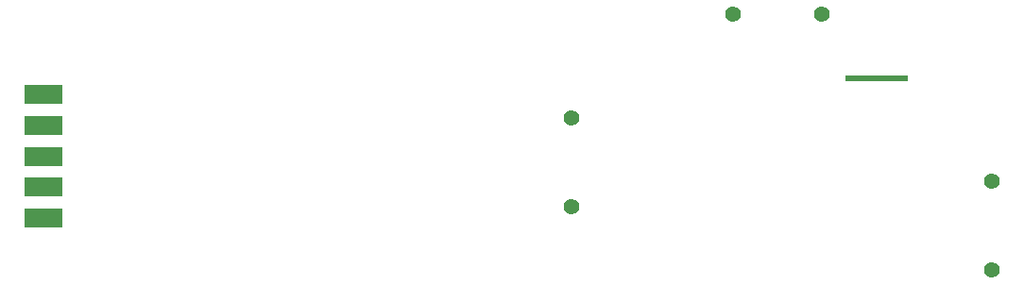
<source format=gbp>
%TF.GenerationSoftware,KiCad,Pcbnew,(6.0.4-0)*%
%TF.CreationDate,2022-04-30T13:28:31-04:00*%
%TF.ProjectId,NanoFox80,4e616e6f-466f-4783-9830-2e6b69636164,rev?*%
%TF.SameCoordinates,Original*%
%TF.FileFunction,Paste,Bot*%
%TF.FilePolarity,Positive*%
%FSLAX46Y46*%
G04 Gerber Fmt 4.6, Leading zero omitted, Abs format (unit mm)*
G04 Created by KiCad (PCBNEW (6.0.4-0)) date 2022-04-30 13:28:31*
%MOMM*%
%LPD*%
G01*
G04 APERTURE LIST*
%ADD10C,1.424000*%
%ADD11R,5.660000X0.495000*%
%ADD12R,3.380000X1.746667*%
G04 APERTURE END LIST*
D10*
%TO.C,W103*%
X129320000Y-71060000D03*
X129320000Y-79060000D03*
%TD*%
%TO.C,W102*%
X167010000Y-76730000D03*
X167010000Y-84730000D03*
%TD*%
%TO.C,W101*%
X143800000Y-61790000D03*
X151800000Y-61790000D03*
%TD*%
D11*
%TO.C,L101*%
X156690000Y-67530000D03*
%TD*%
D12*
%TO.C,J111*%
X82000000Y-68960000D03*
X82000000Y-71730000D03*
X82000000Y-74500000D03*
X82000000Y-77270000D03*
X82000000Y-80040000D03*
%TD*%
M02*

</source>
